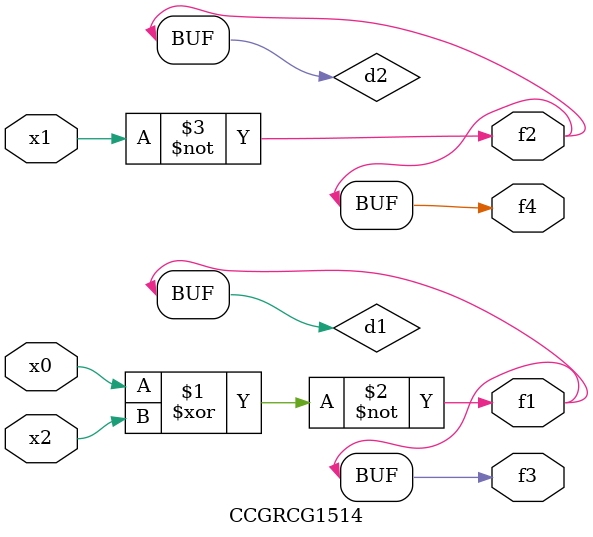
<source format=v>
module CCGRCG1514(
	input x0, x1, x2,
	output f1, f2, f3, f4
);

	wire d1, d2, d3;

	xnor (d1, x0, x2);
	nand (d2, x1);
	nor (d3, x1, x2);
	assign f1 = d1;
	assign f2 = d2;
	assign f3 = d1;
	assign f4 = d2;
endmodule

</source>
